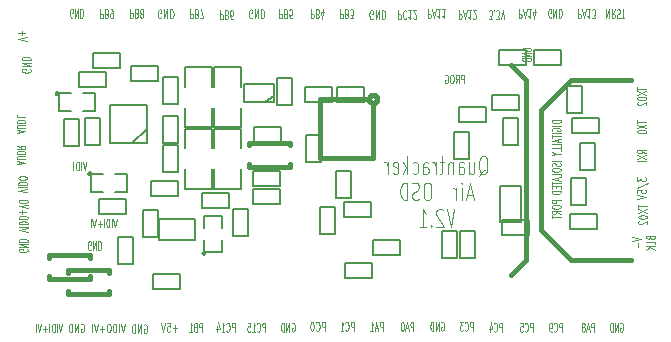
<source format=gbo>
G04 (created by PCBNEW-RS274X (2011-05-25)-stable) date Fri 13 Mar 2015 11:37:05 GMT*
G01*
G70*
G90*
%MOIN*%
G04 Gerber Fmt 3.4, Leading zero omitted, Abs format*
%FSLAX34Y34*%
G04 APERTURE LIST*
%ADD10C,0.006000*%
%ADD11C,0.004900*%
%ADD12C,0.004300*%
%ADD13C,0.015000*%
%ADD14C,0.005000*%
%ADD15C,0.008000*%
G04 APERTURE END LIST*
G54D10*
G54D11*
X66524Y-37738D02*
X66819Y-37803D01*
X66524Y-37869D01*
X66707Y-37935D02*
X66707Y-38085D01*
X67126Y-37762D02*
X67140Y-37790D01*
X67154Y-37799D01*
X67183Y-37808D01*
X67225Y-37808D01*
X67253Y-37799D01*
X67267Y-37790D01*
X67281Y-37771D01*
X67281Y-37696D01*
X66986Y-37696D01*
X66986Y-37762D01*
X67000Y-37780D01*
X67014Y-37790D01*
X67042Y-37799D01*
X67070Y-37799D01*
X67098Y-37790D01*
X67112Y-37780D01*
X67126Y-37762D01*
X67126Y-37696D01*
X67281Y-37987D02*
X67281Y-37893D01*
X66986Y-37893D01*
X67281Y-38052D02*
X66986Y-38052D01*
X67281Y-38164D02*
X67112Y-38080D01*
X66986Y-38164D02*
X67154Y-38052D01*
X66724Y-36662D02*
X66724Y-36774D01*
X67019Y-36718D02*
X66724Y-36718D01*
X66724Y-36821D02*
X67019Y-36952D01*
X66724Y-36952D02*
X67019Y-36821D01*
X66724Y-37065D02*
X66724Y-37084D01*
X66738Y-37103D01*
X66752Y-37112D01*
X66780Y-37122D01*
X66836Y-37131D01*
X66907Y-37131D01*
X66963Y-37122D01*
X66991Y-37112D01*
X67005Y-37103D01*
X67019Y-37084D01*
X67019Y-37065D01*
X67005Y-37047D01*
X66991Y-37037D01*
X66963Y-37028D01*
X66907Y-37019D01*
X66836Y-37019D01*
X66780Y-37028D01*
X66752Y-37037D01*
X66738Y-37047D01*
X66724Y-37065D01*
X66752Y-37207D02*
X66738Y-37216D01*
X66724Y-37235D01*
X66724Y-37282D01*
X66738Y-37300D01*
X66752Y-37310D01*
X66780Y-37319D01*
X66808Y-37319D01*
X66850Y-37310D01*
X67019Y-37197D01*
X67019Y-37319D01*
X66699Y-35753D02*
X66699Y-35875D01*
X66811Y-35809D01*
X66811Y-35838D01*
X66825Y-35856D01*
X66839Y-35866D01*
X66867Y-35875D01*
X66938Y-35875D01*
X66966Y-35866D01*
X66980Y-35856D01*
X66994Y-35838D01*
X66994Y-35781D01*
X66980Y-35763D01*
X66966Y-35753D01*
X66685Y-36101D02*
X67064Y-35932D01*
X66699Y-36260D02*
X66699Y-36166D01*
X66839Y-36157D01*
X66825Y-36166D01*
X66811Y-36185D01*
X66811Y-36232D01*
X66825Y-36250D01*
X66839Y-36260D01*
X66867Y-36269D01*
X66938Y-36269D01*
X66966Y-36260D01*
X66980Y-36250D01*
X66994Y-36232D01*
X66994Y-36185D01*
X66980Y-36166D01*
X66966Y-36157D01*
X66699Y-36326D02*
X66994Y-36391D01*
X66699Y-36457D01*
X51353Y-40782D02*
X51203Y-40782D01*
X51278Y-40894D02*
X51278Y-40669D01*
X51015Y-40599D02*
X51109Y-40599D01*
X51118Y-40739D01*
X51109Y-40725D01*
X51090Y-40711D01*
X51043Y-40711D01*
X51025Y-40725D01*
X51015Y-40739D01*
X51006Y-40767D01*
X51006Y-40838D01*
X51015Y-40866D01*
X51025Y-40880D01*
X51043Y-40894D01*
X51090Y-40894D01*
X51109Y-40880D01*
X51118Y-40866D01*
X50949Y-40599D02*
X50884Y-40894D01*
X50818Y-40599D01*
X50250Y-40663D02*
X50269Y-40649D01*
X50297Y-40649D01*
X50325Y-40663D01*
X50344Y-40691D01*
X50353Y-40719D01*
X50362Y-40775D01*
X50362Y-40817D01*
X50353Y-40874D01*
X50344Y-40902D01*
X50325Y-40930D01*
X50297Y-40944D01*
X50278Y-40944D01*
X50250Y-40930D01*
X50241Y-40916D01*
X50241Y-40817D01*
X50278Y-40817D01*
X50156Y-40944D02*
X50156Y-40649D01*
X50044Y-40944D01*
X50044Y-40649D01*
X49950Y-40944D02*
X49950Y-40649D01*
X49903Y-40649D01*
X49875Y-40663D01*
X49856Y-40691D01*
X49847Y-40719D01*
X49838Y-40775D01*
X49838Y-40817D01*
X49847Y-40874D01*
X49856Y-40902D01*
X49875Y-40930D01*
X49903Y-40944D01*
X49950Y-40944D01*
X49617Y-40624D02*
X49552Y-40919D01*
X49486Y-40624D01*
X49420Y-40919D02*
X49420Y-40624D01*
X49326Y-40919D02*
X49326Y-40624D01*
X49279Y-40624D01*
X49251Y-40638D01*
X49232Y-40666D01*
X49223Y-40694D01*
X49214Y-40750D01*
X49214Y-40792D01*
X49223Y-40849D01*
X49232Y-40877D01*
X49251Y-40905D01*
X49279Y-40919D01*
X49326Y-40919D01*
X49092Y-40624D02*
X49054Y-40624D01*
X49035Y-40638D01*
X49017Y-40666D01*
X49007Y-40722D01*
X49007Y-40821D01*
X49017Y-40877D01*
X49035Y-40905D01*
X49054Y-40919D01*
X49092Y-40919D01*
X49110Y-40905D01*
X49129Y-40877D01*
X49138Y-40821D01*
X49138Y-40722D01*
X49129Y-40666D01*
X49110Y-40638D01*
X49092Y-40624D01*
X48923Y-40807D02*
X48773Y-40807D01*
X48848Y-40919D02*
X48848Y-40694D01*
X48707Y-40624D02*
X48642Y-40919D01*
X48576Y-40624D01*
X48510Y-40919D02*
X48510Y-40624D01*
X57875Y-30462D02*
X57856Y-30476D01*
X57828Y-30476D01*
X57800Y-30462D01*
X57781Y-30434D01*
X57772Y-30406D01*
X57763Y-30350D01*
X57763Y-30308D01*
X57772Y-30251D01*
X57781Y-30223D01*
X57800Y-30195D01*
X57828Y-30181D01*
X57847Y-30181D01*
X57875Y-30195D01*
X57884Y-30209D01*
X57884Y-30308D01*
X57847Y-30308D01*
X57969Y-30181D02*
X57969Y-30476D01*
X58081Y-30181D01*
X58081Y-30476D01*
X58175Y-30181D02*
X58175Y-30476D01*
X58222Y-30476D01*
X58250Y-30462D01*
X58269Y-30434D01*
X58278Y-30406D01*
X58287Y-30350D01*
X58287Y-30308D01*
X58278Y-30251D01*
X58269Y-30223D01*
X58250Y-30195D01*
X58222Y-30181D01*
X58175Y-30181D01*
X53850Y-30437D02*
X53831Y-30451D01*
X53803Y-30451D01*
X53775Y-30437D01*
X53756Y-30409D01*
X53747Y-30381D01*
X53738Y-30325D01*
X53738Y-30283D01*
X53747Y-30226D01*
X53756Y-30198D01*
X53775Y-30170D01*
X53803Y-30156D01*
X53822Y-30156D01*
X53850Y-30170D01*
X53859Y-30184D01*
X53859Y-30283D01*
X53822Y-30283D01*
X53944Y-30156D02*
X53944Y-30451D01*
X54056Y-30156D01*
X54056Y-30451D01*
X54150Y-30156D02*
X54150Y-30451D01*
X54197Y-30451D01*
X54225Y-30437D01*
X54244Y-30409D01*
X54253Y-30381D01*
X54262Y-30325D01*
X54262Y-30283D01*
X54253Y-30226D01*
X54244Y-30198D01*
X54225Y-30170D01*
X54197Y-30156D01*
X54150Y-30156D01*
X50825Y-30437D02*
X50806Y-30451D01*
X50778Y-30451D01*
X50750Y-30437D01*
X50731Y-30409D01*
X50722Y-30381D01*
X50713Y-30325D01*
X50713Y-30283D01*
X50722Y-30226D01*
X50731Y-30198D01*
X50750Y-30170D01*
X50778Y-30156D01*
X50797Y-30156D01*
X50825Y-30170D01*
X50834Y-30184D01*
X50834Y-30283D01*
X50797Y-30283D01*
X50919Y-30156D02*
X50919Y-30451D01*
X51031Y-30156D01*
X51031Y-30451D01*
X51125Y-30156D02*
X51125Y-30451D01*
X51172Y-30451D01*
X51200Y-30437D01*
X51219Y-30409D01*
X51228Y-30381D01*
X51237Y-30325D01*
X51237Y-30283D01*
X51228Y-30226D01*
X51219Y-30198D01*
X51200Y-30170D01*
X51172Y-30156D01*
X51125Y-30156D01*
X48150Y-40638D02*
X48169Y-40624D01*
X48197Y-40624D01*
X48225Y-40638D01*
X48244Y-40666D01*
X48253Y-40694D01*
X48262Y-40750D01*
X48262Y-40792D01*
X48253Y-40849D01*
X48244Y-40877D01*
X48225Y-40905D01*
X48197Y-40919D01*
X48178Y-40919D01*
X48150Y-40905D01*
X48141Y-40891D01*
X48141Y-40792D01*
X48178Y-40792D01*
X48056Y-40919D02*
X48056Y-40624D01*
X47944Y-40919D01*
X47944Y-40624D01*
X47850Y-40919D02*
X47850Y-40624D01*
X47803Y-40624D01*
X47775Y-40638D01*
X47756Y-40666D01*
X47747Y-40694D01*
X47738Y-40750D01*
X47738Y-40792D01*
X47747Y-40849D01*
X47756Y-40877D01*
X47775Y-40905D01*
X47803Y-40919D01*
X47850Y-40919D01*
X46462Y-32150D02*
X46476Y-32169D01*
X46476Y-32197D01*
X46462Y-32225D01*
X46434Y-32244D01*
X46406Y-32253D01*
X46350Y-32262D01*
X46308Y-32262D01*
X46251Y-32253D01*
X46223Y-32244D01*
X46195Y-32225D01*
X46181Y-32197D01*
X46181Y-32178D01*
X46195Y-32150D01*
X46209Y-32141D01*
X46308Y-32141D01*
X46308Y-32178D01*
X46181Y-32056D02*
X46476Y-32056D01*
X46181Y-31944D01*
X46476Y-31944D01*
X46181Y-31850D02*
X46476Y-31850D01*
X46476Y-31803D01*
X46462Y-31775D01*
X46434Y-31756D01*
X46406Y-31747D01*
X46350Y-31738D01*
X46308Y-31738D01*
X46251Y-31747D01*
X46223Y-31756D01*
X46195Y-31775D01*
X46181Y-31803D01*
X46181Y-31850D01*
X46351Y-31212D02*
X46056Y-31147D01*
X46351Y-31081D01*
X46168Y-31015D02*
X46168Y-30865D01*
X46056Y-30940D02*
X46281Y-30940D01*
G54D12*
X47869Y-30412D02*
X47852Y-30426D01*
X47828Y-30426D01*
X47803Y-30412D01*
X47786Y-30384D01*
X47778Y-30356D01*
X47770Y-30300D01*
X47770Y-30258D01*
X47778Y-30201D01*
X47786Y-30173D01*
X47803Y-30145D01*
X47828Y-30131D01*
X47844Y-30131D01*
X47869Y-30145D01*
X47877Y-30159D01*
X47877Y-30258D01*
X47844Y-30258D01*
X47951Y-30131D02*
X47951Y-30426D01*
X48050Y-30131D01*
X48050Y-30426D01*
X48132Y-30131D02*
X48132Y-30426D01*
X48173Y-30426D01*
X48198Y-30412D01*
X48215Y-30384D01*
X48223Y-30356D01*
X48231Y-30300D01*
X48231Y-30258D01*
X48223Y-30201D01*
X48215Y-30173D01*
X48198Y-30145D01*
X48173Y-30131D01*
X48132Y-30131D01*
X48786Y-30156D02*
X48786Y-30451D01*
X48852Y-30451D01*
X48869Y-30437D01*
X48877Y-30423D01*
X48885Y-30395D01*
X48885Y-30353D01*
X48877Y-30325D01*
X48869Y-30311D01*
X48852Y-30297D01*
X48786Y-30297D01*
X49017Y-30311D02*
X49042Y-30297D01*
X49050Y-30283D01*
X49058Y-30254D01*
X49058Y-30212D01*
X49050Y-30184D01*
X49042Y-30170D01*
X49025Y-30156D01*
X48959Y-30156D01*
X48959Y-30451D01*
X49017Y-30451D01*
X49033Y-30437D01*
X49042Y-30423D01*
X49050Y-30395D01*
X49050Y-30367D01*
X49042Y-30339D01*
X49033Y-30325D01*
X49017Y-30311D01*
X48959Y-30311D01*
X49140Y-30156D02*
X49173Y-30156D01*
X49190Y-30170D01*
X49198Y-30184D01*
X49215Y-30226D01*
X49223Y-30283D01*
X49223Y-30395D01*
X49215Y-30423D01*
X49206Y-30437D01*
X49190Y-30451D01*
X49157Y-30451D01*
X49140Y-30437D01*
X49132Y-30423D01*
X49124Y-30395D01*
X49124Y-30325D01*
X49132Y-30297D01*
X49140Y-30283D01*
X49157Y-30268D01*
X49190Y-30268D01*
X49206Y-30283D01*
X49215Y-30297D01*
X49223Y-30325D01*
G54D11*
X61416Y-35695D02*
X61453Y-35667D01*
X61491Y-35611D01*
X61547Y-35526D01*
X61584Y-35498D01*
X61622Y-35498D01*
X61603Y-35639D02*
X61641Y-35611D01*
X61678Y-35554D01*
X61697Y-35442D01*
X61697Y-35245D01*
X61678Y-35132D01*
X61641Y-35076D01*
X61603Y-35048D01*
X61528Y-35048D01*
X61491Y-35076D01*
X61453Y-35132D01*
X61434Y-35245D01*
X61434Y-35442D01*
X61453Y-35554D01*
X61491Y-35611D01*
X61528Y-35639D01*
X61603Y-35639D01*
X61096Y-35245D02*
X61096Y-35639D01*
X61265Y-35245D02*
X61265Y-35554D01*
X61246Y-35611D01*
X61209Y-35639D01*
X61153Y-35639D01*
X61115Y-35611D01*
X61096Y-35582D01*
X60740Y-35639D02*
X60740Y-35329D01*
X60759Y-35273D01*
X60797Y-35245D01*
X60872Y-35245D01*
X60909Y-35273D01*
X60740Y-35611D02*
X60778Y-35639D01*
X60872Y-35639D01*
X60909Y-35611D01*
X60928Y-35554D01*
X60928Y-35498D01*
X60909Y-35442D01*
X60872Y-35414D01*
X60778Y-35414D01*
X60740Y-35385D01*
X60553Y-35245D02*
X60553Y-35639D01*
X60553Y-35301D02*
X60534Y-35273D01*
X60497Y-35245D01*
X60441Y-35245D01*
X60403Y-35273D01*
X60384Y-35329D01*
X60384Y-35639D01*
X60253Y-35245D02*
X60103Y-35245D01*
X60197Y-35048D02*
X60197Y-35554D01*
X60178Y-35611D01*
X60141Y-35639D01*
X60103Y-35639D01*
X59972Y-35639D02*
X59972Y-35245D01*
X59972Y-35357D02*
X59953Y-35301D01*
X59935Y-35273D01*
X59897Y-35245D01*
X59860Y-35245D01*
X59559Y-35639D02*
X59559Y-35329D01*
X59578Y-35273D01*
X59616Y-35245D01*
X59691Y-35245D01*
X59728Y-35273D01*
X59559Y-35611D02*
X59597Y-35639D01*
X59691Y-35639D01*
X59728Y-35611D01*
X59747Y-35554D01*
X59747Y-35498D01*
X59728Y-35442D01*
X59691Y-35414D01*
X59597Y-35414D01*
X59559Y-35385D01*
X59203Y-35611D02*
X59241Y-35639D01*
X59316Y-35639D01*
X59353Y-35611D01*
X59372Y-35582D01*
X59391Y-35526D01*
X59391Y-35357D01*
X59372Y-35301D01*
X59353Y-35273D01*
X59316Y-35245D01*
X59241Y-35245D01*
X59203Y-35273D01*
X59034Y-35639D02*
X59034Y-35048D01*
X58997Y-35414D02*
X58884Y-35639D01*
X58884Y-35245D02*
X59034Y-35470D01*
X58565Y-35611D02*
X58603Y-35639D01*
X58678Y-35639D01*
X58715Y-35611D01*
X58734Y-35554D01*
X58734Y-35329D01*
X58715Y-35273D01*
X58678Y-35245D01*
X58603Y-35245D01*
X58565Y-35273D01*
X58546Y-35329D01*
X58546Y-35385D01*
X58734Y-35442D01*
X58377Y-35639D02*
X58377Y-35245D01*
X58377Y-35357D02*
X58358Y-35301D01*
X58340Y-35273D01*
X58302Y-35245D01*
X58265Y-35245D01*
X61201Y-36346D02*
X61013Y-36346D01*
X61238Y-36515D02*
X61107Y-35924D01*
X60976Y-36515D01*
X60844Y-36515D02*
X60844Y-36121D01*
X60844Y-35924D02*
X60863Y-35952D01*
X60844Y-35980D01*
X60825Y-35952D01*
X60844Y-35924D01*
X60844Y-35980D01*
X60656Y-36515D02*
X60656Y-36121D01*
X60656Y-36233D02*
X60637Y-36177D01*
X60619Y-36149D01*
X60581Y-36121D01*
X60544Y-36121D01*
X59737Y-35924D02*
X59662Y-35924D01*
X59625Y-35952D01*
X59587Y-36008D01*
X59568Y-36121D01*
X59568Y-36318D01*
X59587Y-36430D01*
X59625Y-36487D01*
X59662Y-36515D01*
X59737Y-36515D01*
X59775Y-36487D01*
X59812Y-36430D01*
X59831Y-36318D01*
X59831Y-36121D01*
X59812Y-36008D01*
X59775Y-35952D01*
X59737Y-35924D01*
X59418Y-36487D02*
X59362Y-36515D01*
X59268Y-36515D01*
X59230Y-36487D01*
X59212Y-36458D01*
X59193Y-36402D01*
X59193Y-36346D01*
X59212Y-36290D01*
X59230Y-36261D01*
X59268Y-36233D01*
X59343Y-36205D01*
X59380Y-36177D01*
X59399Y-36149D01*
X59418Y-36093D01*
X59418Y-36036D01*
X59399Y-35980D01*
X59380Y-35952D01*
X59343Y-35924D01*
X59249Y-35924D01*
X59193Y-35952D01*
X59024Y-36515D02*
X59024Y-35924D01*
X58930Y-35924D01*
X58874Y-35952D01*
X58837Y-36008D01*
X58818Y-36064D01*
X58799Y-36177D01*
X58799Y-36261D01*
X58818Y-36374D01*
X58837Y-36430D01*
X58874Y-36487D01*
X58930Y-36515D01*
X59024Y-36515D01*
X60600Y-36800D02*
X60469Y-37391D01*
X60338Y-36800D01*
X60225Y-36856D02*
X60206Y-36828D01*
X60169Y-36800D01*
X60075Y-36800D01*
X60037Y-36828D01*
X60019Y-36856D01*
X60000Y-36912D01*
X60000Y-36969D01*
X60019Y-37053D01*
X60244Y-37391D01*
X60000Y-37391D01*
X59831Y-37334D02*
X59812Y-37363D01*
X59831Y-37391D01*
X59850Y-37363D01*
X59831Y-37334D01*
X59831Y-37391D01*
X59437Y-37391D02*
X59662Y-37391D01*
X59549Y-37391D02*
X59549Y-36800D01*
X59587Y-36884D01*
X59624Y-36940D01*
X59662Y-36969D01*
G54D13*
X63000Y-38500D02*
X62500Y-39000D01*
X63000Y-32500D02*
X63000Y-38500D01*
X62500Y-32000D02*
X63000Y-32500D01*
X64500Y-38500D02*
X66500Y-38500D01*
X63500Y-37500D02*
X64500Y-38500D01*
X64500Y-32500D02*
X66500Y-32500D01*
X63500Y-33500D02*
X64500Y-32500D01*
X63500Y-33500D02*
X63500Y-37500D01*
G54D12*
X64135Y-33854D02*
X63840Y-33854D01*
X63840Y-33895D01*
X63854Y-33920D01*
X63882Y-33937D01*
X63910Y-33945D01*
X63966Y-33953D01*
X64008Y-33953D01*
X64065Y-33945D01*
X64093Y-33937D01*
X64121Y-33920D01*
X64135Y-33895D01*
X64135Y-33854D01*
X64135Y-34027D02*
X63840Y-34027D01*
X63854Y-34200D02*
X63840Y-34183D01*
X63840Y-34159D01*
X63854Y-34134D01*
X63882Y-34117D01*
X63910Y-34109D01*
X63966Y-34101D01*
X64008Y-34101D01*
X64065Y-34109D01*
X64093Y-34117D01*
X64121Y-34134D01*
X64135Y-34159D01*
X64135Y-34175D01*
X64121Y-34200D01*
X64107Y-34208D01*
X64008Y-34208D01*
X64008Y-34175D01*
X64135Y-34282D02*
X63840Y-34282D01*
X63840Y-34339D02*
X63840Y-34438D01*
X64135Y-34389D02*
X63840Y-34389D01*
X64051Y-34488D02*
X64051Y-34570D01*
X64135Y-34471D02*
X63840Y-34529D01*
X64135Y-34587D01*
X64135Y-34727D02*
X64135Y-34644D01*
X63840Y-34644D01*
X64135Y-34867D02*
X64135Y-34784D01*
X63840Y-34784D01*
X63994Y-34957D02*
X64135Y-34957D01*
X63840Y-34899D02*
X63994Y-34957D01*
X63840Y-35015D01*
X64135Y-35204D02*
X63840Y-35204D01*
X64121Y-35278D02*
X64135Y-35303D01*
X64135Y-35344D01*
X64121Y-35360D01*
X64107Y-35369D01*
X64079Y-35377D01*
X64051Y-35377D01*
X64023Y-35369D01*
X64008Y-35360D01*
X63994Y-35344D01*
X63980Y-35311D01*
X63966Y-35294D01*
X63952Y-35286D01*
X63924Y-35278D01*
X63896Y-35278D01*
X63868Y-35286D01*
X63854Y-35294D01*
X63840Y-35311D01*
X63840Y-35352D01*
X63854Y-35377D01*
X63840Y-35484D02*
X63840Y-35517D01*
X63854Y-35534D01*
X63882Y-35550D01*
X63938Y-35558D01*
X64037Y-35558D01*
X64093Y-35550D01*
X64121Y-35534D01*
X64135Y-35517D01*
X64135Y-35484D01*
X64121Y-35468D01*
X64093Y-35451D01*
X64037Y-35443D01*
X63938Y-35443D01*
X63882Y-35451D01*
X63854Y-35468D01*
X63840Y-35484D01*
X64135Y-35715D02*
X64135Y-35632D01*
X63840Y-35632D01*
X64051Y-35764D02*
X64051Y-35846D01*
X64135Y-35747D02*
X63840Y-35805D01*
X64135Y-35863D01*
X63840Y-35895D02*
X63840Y-35994D01*
X64135Y-35945D02*
X63840Y-35945D01*
X63980Y-36052D02*
X63980Y-36110D01*
X64135Y-36135D02*
X64135Y-36052D01*
X63840Y-36052D01*
X63840Y-36135D01*
X64135Y-36209D02*
X63840Y-36209D01*
X63840Y-36250D01*
X63854Y-36275D01*
X63882Y-36292D01*
X63910Y-36300D01*
X63966Y-36308D01*
X64008Y-36308D01*
X64065Y-36300D01*
X64093Y-36292D01*
X64121Y-36275D01*
X64135Y-36250D01*
X64135Y-36209D01*
X64135Y-36514D02*
X63840Y-36514D01*
X63840Y-36580D01*
X63854Y-36597D01*
X63868Y-36605D01*
X63896Y-36613D01*
X63938Y-36613D01*
X63966Y-36605D01*
X63980Y-36597D01*
X63994Y-36580D01*
X63994Y-36514D01*
X63840Y-36720D02*
X63840Y-36753D01*
X63854Y-36770D01*
X63882Y-36786D01*
X63938Y-36794D01*
X64037Y-36794D01*
X64093Y-36786D01*
X64121Y-36770D01*
X64135Y-36753D01*
X64135Y-36720D01*
X64121Y-36704D01*
X64093Y-36687D01*
X64037Y-36679D01*
X63938Y-36679D01*
X63882Y-36687D01*
X63854Y-36704D01*
X63840Y-36720D01*
X64135Y-36967D02*
X63994Y-36909D01*
X64135Y-36868D02*
X63840Y-36868D01*
X63840Y-36934D01*
X63854Y-36951D01*
X63868Y-36959D01*
X63896Y-36967D01*
X63938Y-36967D01*
X63966Y-36959D01*
X63980Y-36951D01*
X63994Y-36934D01*
X63994Y-36868D01*
X63840Y-37016D02*
X63840Y-37115D01*
X64135Y-37066D02*
X63840Y-37066D01*
X66699Y-32745D02*
X66699Y-32844D01*
X66994Y-32795D02*
X66699Y-32795D01*
X66699Y-32886D02*
X66994Y-33001D01*
X66699Y-33001D02*
X66994Y-32886D01*
X66699Y-33100D02*
X66699Y-33133D01*
X66713Y-33150D01*
X66741Y-33166D01*
X66797Y-33174D01*
X66896Y-33174D01*
X66952Y-33166D01*
X66980Y-33150D01*
X66994Y-33133D01*
X66994Y-33100D01*
X66980Y-33084D01*
X66952Y-33067D01*
X66896Y-33059D01*
X66797Y-33059D01*
X66741Y-33067D01*
X66713Y-33084D01*
X66699Y-33100D01*
X66727Y-33240D02*
X66713Y-33248D01*
X66699Y-33265D01*
X66699Y-33306D01*
X66713Y-33322D01*
X66727Y-33331D01*
X66755Y-33339D01*
X66783Y-33339D01*
X66825Y-33331D01*
X66994Y-33232D01*
X66994Y-33339D01*
X66699Y-33852D02*
X66699Y-33951D01*
X66994Y-33902D02*
X66699Y-33902D01*
X66699Y-33993D02*
X66994Y-34108D01*
X66699Y-34108D02*
X66994Y-33993D01*
X66699Y-34207D02*
X66699Y-34240D01*
X66713Y-34257D01*
X66741Y-34273D01*
X66797Y-34281D01*
X66896Y-34281D01*
X66952Y-34273D01*
X66980Y-34257D01*
X66994Y-34240D01*
X66994Y-34207D01*
X66980Y-34191D01*
X66952Y-34174D01*
X66896Y-34166D01*
X66797Y-34166D01*
X66741Y-34174D01*
X66713Y-34191D01*
X66699Y-34207D01*
X66994Y-34955D02*
X66853Y-34897D01*
X66994Y-34856D02*
X66699Y-34856D01*
X66699Y-34922D01*
X66713Y-34939D01*
X66727Y-34947D01*
X66755Y-34955D01*
X66797Y-34955D01*
X66825Y-34947D01*
X66839Y-34939D01*
X66853Y-34922D01*
X66853Y-34856D01*
X66699Y-35013D02*
X66994Y-35128D01*
X66699Y-35128D02*
X66994Y-35013D01*
X66994Y-35194D02*
X66699Y-35194D01*
X46362Y-38156D02*
X46376Y-38173D01*
X46376Y-38197D01*
X46362Y-38222D01*
X46334Y-38239D01*
X46306Y-38247D01*
X46250Y-38255D01*
X46208Y-38255D01*
X46151Y-38247D01*
X46123Y-38239D01*
X46095Y-38222D01*
X46081Y-38197D01*
X46081Y-38181D01*
X46095Y-38156D01*
X46109Y-38148D01*
X46208Y-38148D01*
X46208Y-38181D01*
X46081Y-38074D02*
X46376Y-38074D01*
X46081Y-37975D01*
X46376Y-37975D01*
X46081Y-37893D02*
X46376Y-37893D01*
X46376Y-37852D01*
X46362Y-37827D01*
X46334Y-37810D01*
X46306Y-37802D01*
X46250Y-37794D01*
X46208Y-37794D01*
X46151Y-37802D01*
X46123Y-37810D01*
X46095Y-37827D01*
X46081Y-37852D01*
X46081Y-37893D01*
X48469Y-38162D02*
X48452Y-38176D01*
X48428Y-38176D01*
X48403Y-38162D01*
X48386Y-38134D01*
X48378Y-38106D01*
X48370Y-38050D01*
X48370Y-38008D01*
X48378Y-37951D01*
X48386Y-37923D01*
X48403Y-37895D01*
X48428Y-37881D01*
X48444Y-37881D01*
X48469Y-37895D01*
X48477Y-37909D01*
X48477Y-38008D01*
X48444Y-38008D01*
X48551Y-37881D02*
X48551Y-38176D01*
X48650Y-37881D01*
X48650Y-38176D01*
X48732Y-37881D02*
X48732Y-38176D01*
X48773Y-38176D01*
X48798Y-38162D01*
X48815Y-38134D01*
X48823Y-38106D01*
X48831Y-38050D01*
X48831Y-38008D01*
X48823Y-37951D01*
X48815Y-37923D01*
X48798Y-37895D01*
X48773Y-37881D01*
X48732Y-37881D01*
X49348Y-37124D02*
X49290Y-37419D01*
X49232Y-37124D01*
X49175Y-37419D02*
X49175Y-37124D01*
X49093Y-37419D02*
X49093Y-37124D01*
X49052Y-37124D01*
X49027Y-37138D01*
X49010Y-37166D01*
X49002Y-37194D01*
X48994Y-37250D01*
X48994Y-37292D01*
X49002Y-37349D01*
X49010Y-37377D01*
X49027Y-37405D01*
X49052Y-37419D01*
X49093Y-37419D01*
X48920Y-37419D02*
X48920Y-37124D01*
X48838Y-37307D02*
X48706Y-37307D01*
X48772Y-37419D02*
X48772Y-37194D01*
X48649Y-37124D02*
X48591Y-37419D01*
X48533Y-37124D01*
X48476Y-37419D02*
X48476Y-37124D01*
X46376Y-37572D02*
X46081Y-37514D01*
X46376Y-37456D01*
X46081Y-37399D02*
X46376Y-37399D01*
X46081Y-37317D02*
X46376Y-37317D01*
X46376Y-37276D01*
X46362Y-37251D01*
X46334Y-37234D01*
X46306Y-37226D01*
X46250Y-37218D01*
X46208Y-37218D01*
X46151Y-37226D01*
X46123Y-37234D01*
X46095Y-37251D01*
X46081Y-37276D01*
X46081Y-37317D01*
X46376Y-37111D02*
X46376Y-37078D01*
X46362Y-37061D01*
X46334Y-37045D01*
X46278Y-37037D01*
X46179Y-37037D01*
X46123Y-37045D01*
X46095Y-37061D01*
X46081Y-37078D01*
X46081Y-37111D01*
X46095Y-37127D01*
X46123Y-37144D01*
X46179Y-37152D01*
X46278Y-37152D01*
X46334Y-37144D01*
X46362Y-37127D01*
X46376Y-37111D01*
X46193Y-36963D02*
X46193Y-36831D01*
X46081Y-36897D02*
X46306Y-36897D01*
X46376Y-36774D02*
X46081Y-36716D01*
X46376Y-36658D01*
X46376Y-36568D02*
X46376Y-36535D01*
X46362Y-36518D01*
X46334Y-36502D01*
X46278Y-36494D01*
X46179Y-36494D01*
X46123Y-36502D01*
X46095Y-36518D01*
X46081Y-36535D01*
X46081Y-36568D01*
X46095Y-36584D01*
X46123Y-36601D01*
X46179Y-36609D01*
X46278Y-36609D01*
X46334Y-36601D01*
X46362Y-36584D01*
X46376Y-36568D01*
X48326Y-35224D02*
X48268Y-35519D01*
X48210Y-35224D01*
X48153Y-35519D02*
X48153Y-35224D01*
X48071Y-35519D02*
X48071Y-35224D01*
X48030Y-35224D01*
X48005Y-35238D01*
X47988Y-35266D01*
X47980Y-35294D01*
X47972Y-35350D01*
X47972Y-35392D01*
X47980Y-35449D01*
X47988Y-35477D01*
X48005Y-35505D01*
X48030Y-35519D01*
X48071Y-35519D01*
X47898Y-35519D02*
X47898Y-35224D01*
X46351Y-36251D02*
X46056Y-36193D01*
X46351Y-36135D01*
X46056Y-36078D02*
X46351Y-36078D01*
X46056Y-35996D02*
X46351Y-35996D01*
X46351Y-35955D01*
X46337Y-35930D01*
X46309Y-35913D01*
X46281Y-35905D01*
X46225Y-35897D01*
X46183Y-35897D01*
X46126Y-35905D01*
X46098Y-35913D01*
X46070Y-35930D01*
X46056Y-35955D01*
X46056Y-35996D01*
X46351Y-35790D02*
X46351Y-35757D01*
X46337Y-35740D01*
X46309Y-35724D01*
X46253Y-35716D01*
X46154Y-35716D01*
X46098Y-35724D01*
X46070Y-35740D01*
X46056Y-35757D01*
X46056Y-35790D01*
X46070Y-35806D01*
X46098Y-35823D01*
X46154Y-35831D01*
X46253Y-35831D01*
X46309Y-35823D01*
X46337Y-35806D01*
X46351Y-35790D01*
X46090Y-35304D02*
X46090Y-35222D01*
X46006Y-35321D02*
X46301Y-35263D01*
X46006Y-35205D01*
X46301Y-35148D02*
X46062Y-35148D01*
X46034Y-35140D01*
X46020Y-35131D01*
X46006Y-35115D01*
X46006Y-35082D01*
X46020Y-35065D01*
X46034Y-35057D01*
X46062Y-35049D01*
X46301Y-35049D01*
X46006Y-34967D02*
X46301Y-34967D01*
X46301Y-34926D01*
X46287Y-34901D01*
X46259Y-34884D01*
X46231Y-34876D01*
X46175Y-34868D01*
X46133Y-34868D01*
X46076Y-34876D01*
X46048Y-34884D01*
X46020Y-34901D01*
X46006Y-34926D01*
X46006Y-34967D01*
X46006Y-34695D02*
X46147Y-34753D01*
X46006Y-34794D02*
X46301Y-34794D01*
X46301Y-34728D01*
X46287Y-34711D01*
X46273Y-34703D01*
X46245Y-34695D01*
X46203Y-34695D01*
X46175Y-34703D01*
X46161Y-34711D01*
X46147Y-34728D01*
X46147Y-34794D01*
X46090Y-34263D02*
X46090Y-34181D01*
X46006Y-34280D02*
X46301Y-34222D01*
X46006Y-34164D01*
X46301Y-34107D02*
X46062Y-34107D01*
X46034Y-34099D01*
X46020Y-34090D01*
X46006Y-34074D01*
X46006Y-34041D01*
X46020Y-34024D01*
X46034Y-34016D01*
X46062Y-34008D01*
X46301Y-34008D01*
X46006Y-33926D02*
X46301Y-33926D01*
X46301Y-33885D01*
X46287Y-33860D01*
X46259Y-33843D01*
X46231Y-33835D01*
X46175Y-33827D01*
X46133Y-33827D01*
X46076Y-33835D01*
X46048Y-33843D01*
X46020Y-33860D01*
X46006Y-33885D01*
X46006Y-33926D01*
X46006Y-33670D02*
X46006Y-33753D01*
X46301Y-33753D01*
X66131Y-40613D02*
X66148Y-40599D01*
X66172Y-40599D01*
X66197Y-40613D01*
X66214Y-40641D01*
X66222Y-40669D01*
X66230Y-40725D01*
X66230Y-40767D01*
X66222Y-40824D01*
X66214Y-40852D01*
X66197Y-40880D01*
X66172Y-40894D01*
X66156Y-40894D01*
X66131Y-40880D01*
X66123Y-40866D01*
X66123Y-40767D01*
X66156Y-40767D01*
X66049Y-40894D02*
X66049Y-40599D01*
X65950Y-40894D01*
X65950Y-40599D01*
X65868Y-40894D02*
X65868Y-40599D01*
X65827Y-40599D01*
X65802Y-40613D01*
X65785Y-40641D01*
X65777Y-40669D01*
X65769Y-40725D01*
X65769Y-40767D01*
X65777Y-40824D01*
X65785Y-40852D01*
X65802Y-40880D01*
X65827Y-40894D01*
X65868Y-40894D01*
X65252Y-40894D02*
X65252Y-40599D01*
X65186Y-40599D01*
X65169Y-40613D01*
X65161Y-40627D01*
X65153Y-40655D01*
X65153Y-40697D01*
X65161Y-40725D01*
X65169Y-40739D01*
X65186Y-40753D01*
X65252Y-40753D01*
X65087Y-40810D02*
X65005Y-40810D01*
X65104Y-40894D02*
X65046Y-40599D01*
X64988Y-40894D01*
X64906Y-40725D02*
X64923Y-40711D01*
X64931Y-40697D01*
X64939Y-40669D01*
X64939Y-40655D01*
X64931Y-40627D01*
X64923Y-40613D01*
X64906Y-40599D01*
X64873Y-40599D01*
X64857Y-40613D01*
X64848Y-40627D01*
X64840Y-40655D01*
X64840Y-40669D01*
X64848Y-40697D01*
X64857Y-40711D01*
X64873Y-40725D01*
X64906Y-40725D01*
X64923Y-40739D01*
X64931Y-40753D01*
X64939Y-40782D01*
X64939Y-40838D01*
X64931Y-40866D01*
X64923Y-40880D01*
X64906Y-40894D01*
X64873Y-40894D01*
X64857Y-40880D01*
X64848Y-40866D01*
X64840Y-40838D01*
X64840Y-40782D01*
X64848Y-40753D01*
X64857Y-40739D01*
X64873Y-40725D01*
X64189Y-40894D02*
X64189Y-40599D01*
X64123Y-40599D01*
X64106Y-40613D01*
X64098Y-40627D01*
X64090Y-40655D01*
X64090Y-40697D01*
X64098Y-40725D01*
X64106Y-40739D01*
X64123Y-40753D01*
X64189Y-40753D01*
X63917Y-40866D02*
X63925Y-40880D01*
X63950Y-40894D01*
X63966Y-40894D01*
X63991Y-40880D01*
X64008Y-40852D01*
X64016Y-40824D01*
X64024Y-40767D01*
X64024Y-40725D01*
X64016Y-40669D01*
X64008Y-40641D01*
X63991Y-40613D01*
X63966Y-40599D01*
X63950Y-40599D01*
X63925Y-40613D01*
X63917Y-40627D01*
X63835Y-40894D02*
X63802Y-40894D01*
X63785Y-40880D01*
X63777Y-40866D01*
X63760Y-40824D01*
X63752Y-40767D01*
X63752Y-40655D01*
X63760Y-40627D01*
X63769Y-40613D01*
X63785Y-40599D01*
X63818Y-40599D01*
X63835Y-40613D01*
X63843Y-40627D01*
X63851Y-40655D01*
X63851Y-40725D01*
X63843Y-40753D01*
X63835Y-40767D01*
X63818Y-40782D01*
X63785Y-40782D01*
X63769Y-40767D01*
X63760Y-40753D01*
X63752Y-40725D01*
X63214Y-40894D02*
X63214Y-40599D01*
X63148Y-40599D01*
X63131Y-40613D01*
X63123Y-40627D01*
X63115Y-40655D01*
X63115Y-40697D01*
X63123Y-40725D01*
X63131Y-40739D01*
X63148Y-40753D01*
X63214Y-40753D01*
X62942Y-40866D02*
X62950Y-40880D01*
X62975Y-40894D01*
X62991Y-40894D01*
X63016Y-40880D01*
X63033Y-40852D01*
X63041Y-40824D01*
X63049Y-40767D01*
X63049Y-40725D01*
X63041Y-40669D01*
X63033Y-40641D01*
X63016Y-40613D01*
X62991Y-40599D01*
X62975Y-40599D01*
X62950Y-40613D01*
X62942Y-40627D01*
X62785Y-40599D02*
X62868Y-40599D01*
X62876Y-40739D01*
X62868Y-40725D01*
X62851Y-40711D01*
X62810Y-40711D01*
X62794Y-40725D01*
X62785Y-40739D01*
X62777Y-40767D01*
X62777Y-40838D01*
X62785Y-40866D01*
X62794Y-40880D01*
X62810Y-40894D01*
X62851Y-40894D01*
X62868Y-40880D01*
X62876Y-40866D01*
X62189Y-40894D02*
X62189Y-40599D01*
X62123Y-40599D01*
X62106Y-40613D01*
X62098Y-40627D01*
X62090Y-40655D01*
X62090Y-40697D01*
X62098Y-40725D01*
X62106Y-40739D01*
X62123Y-40753D01*
X62189Y-40753D01*
X61917Y-40866D02*
X61925Y-40880D01*
X61950Y-40894D01*
X61966Y-40894D01*
X61991Y-40880D01*
X62008Y-40852D01*
X62016Y-40824D01*
X62024Y-40767D01*
X62024Y-40725D01*
X62016Y-40669D01*
X62008Y-40641D01*
X61991Y-40613D01*
X61966Y-40599D01*
X61950Y-40599D01*
X61925Y-40613D01*
X61917Y-40627D01*
X61769Y-40697D02*
X61769Y-40894D01*
X61810Y-40585D02*
X61851Y-40796D01*
X61744Y-40796D01*
X61214Y-40869D02*
X61214Y-40574D01*
X61148Y-40574D01*
X61131Y-40588D01*
X61123Y-40602D01*
X61115Y-40630D01*
X61115Y-40672D01*
X61123Y-40700D01*
X61131Y-40714D01*
X61148Y-40728D01*
X61214Y-40728D01*
X60942Y-40841D02*
X60950Y-40855D01*
X60975Y-40869D01*
X60991Y-40869D01*
X61016Y-40855D01*
X61033Y-40827D01*
X61041Y-40799D01*
X61049Y-40742D01*
X61049Y-40700D01*
X61041Y-40644D01*
X61033Y-40616D01*
X61016Y-40588D01*
X60991Y-40574D01*
X60975Y-40574D01*
X60950Y-40588D01*
X60942Y-40602D01*
X60884Y-40574D02*
X60777Y-40574D01*
X60835Y-40686D01*
X60810Y-40686D01*
X60794Y-40700D01*
X60785Y-40714D01*
X60777Y-40742D01*
X60777Y-40813D01*
X60785Y-40841D01*
X60794Y-40855D01*
X60810Y-40869D01*
X60860Y-40869D01*
X60876Y-40855D01*
X60884Y-40841D01*
X59227Y-40869D02*
X59227Y-40574D01*
X59161Y-40574D01*
X59144Y-40588D01*
X59136Y-40602D01*
X59128Y-40630D01*
X59128Y-40672D01*
X59136Y-40700D01*
X59144Y-40714D01*
X59161Y-40728D01*
X59227Y-40728D01*
X59062Y-40785D02*
X58980Y-40785D01*
X59079Y-40869D02*
X59021Y-40574D01*
X58963Y-40869D01*
X58873Y-40574D02*
X58856Y-40574D01*
X58840Y-40588D01*
X58832Y-40602D01*
X58823Y-40630D01*
X58815Y-40686D01*
X58815Y-40757D01*
X58823Y-40813D01*
X58832Y-40841D01*
X58840Y-40855D01*
X58856Y-40869D01*
X58873Y-40869D01*
X58889Y-40855D01*
X58898Y-40841D01*
X58906Y-40813D01*
X58914Y-40757D01*
X58914Y-40686D01*
X58906Y-40630D01*
X58898Y-40602D01*
X58889Y-40588D01*
X58873Y-40574D01*
X58202Y-40869D02*
X58202Y-40574D01*
X58136Y-40574D01*
X58119Y-40588D01*
X58111Y-40602D01*
X58103Y-40630D01*
X58103Y-40672D01*
X58111Y-40700D01*
X58119Y-40714D01*
X58136Y-40728D01*
X58202Y-40728D01*
X58037Y-40785D02*
X57955Y-40785D01*
X58054Y-40869D02*
X57996Y-40574D01*
X57938Y-40869D01*
X57790Y-40869D02*
X57889Y-40869D01*
X57840Y-40869D02*
X57840Y-40574D01*
X57856Y-40616D01*
X57873Y-40644D01*
X57889Y-40658D01*
X57239Y-40869D02*
X57239Y-40574D01*
X57173Y-40574D01*
X57156Y-40588D01*
X57148Y-40602D01*
X57140Y-40630D01*
X57140Y-40672D01*
X57148Y-40700D01*
X57156Y-40714D01*
X57173Y-40728D01*
X57239Y-40728D01*
X56967Y-40841D02*
X56975Y-40855D01*
X57000Y-40869D01*
X57016Y-40869D01*
X57041Y-40855D01*
X57058Y-40827D01*
X57066Y-40799D01*
X57074Y-40742D01*
X57074Y-40700D01*
X57066Y-40644D01*
X57058Y-40616D01*
X57041Y-40588D01*
X57016Y-40574D01*
X57000Y-40574D01*
X56975Y-40588D01*
X56967Y-40602D01*
X56802Y-40869D02*
X56901Y-40869D01*
X56852Y-40869D02*
X56852Y-40574D01*
X56868Y-40616D01*
X56885Y-40644D01*
X56901Y-40658D01*
G54D11*
X56294Y-40869D02*
X56294Y-40574D01*
X56219Y-40574D01*
X56200Y-40588D01*
X56191Y-40602D01*
X56182Y-40630D01*
X56182Y-40672D01*
X56191Y-40700D01*
X56200Y-40714D01*
X56219Y-40728D01*
X56294Y-40728D01*
X55985Y-40841D02*
X55994Y-40855D01*
X56022Y-40869D01*
X56041Y-40869D01*
X56069Y-40855D01*
X56088Y-40827D01*
X56097Y-40799D01*
X56106Y-40742D01*
X56106Y-40700D01*
X56097Y-40644D01*
X56088Y-40616D01*
X56069Y-40588D01*
X56041Y-40574D01*
X56022Y-40574D01*
X55994Y-40588D01*
X55985Y-40602D01*
X55863Y-40574D02*
X55844Y-40574D01*
X55825Y-40588D01*
X55816Y-40602D01*
X55806Y-40630D01*
X55797Y-40686D01*
X55797Y-40757D01*
X55806Y-40813D01*
X55816Y-40841D01*
X55825Y-40855D01*
X55844Y-40869D01*
X55863Y-40869D01*
X55881Y-40855D01*
X55891Y-40841D01*
X55900Y-40813D01*
X55909Y-40757D01*
X55909Y-40686D01*
X55900Y-40630D01*
X55891Y-40602D01*
X55881Y-40588D01*
X55863Y-40574D01*
G54D12*
X60156Y-40588D02*
X60173Y-40574D01*
X60197Y-40574D01*
X60222Y-40588D01*
X60239Y-40616D01*
X60247Y-40644D01*
X60255Y-40700D01*
X60255Y-40742D01*
X60247Y-40799D01*
X60239Y-40827D01*
X60222Y-40855D01*
X60197Y-40869D01*
X60181Y-40869D01*
X60156Y-40855D01*
X60148Y-40841D01*
X60148Y-40742D01*
X60181Y-40742D01*
X60074Y-40869D02*
X60074Y-40574D01*
X59975Y-40869D01*
X59975Y-40574D01*
X59893Y-40869D02*
X59893Y-40574D01*
X59852Y-40574D01*
X59827Y-40588D01*
X59810Y-40616D01*
X59802Y-40644D01*
X59794Y-40700D01*
X59794Y-40742D01*
X59802Y-40799D01*
X59810Y-40827D01*
X59827Y-40855D01*
X59852Y-40869D01*
X59893Y-40869D01*
X55181Y-40613D02*
X55198Y-40599D01*
X55222Y-40599D01*
X55247Y-40613D01*
X55264Y-40641D01*
X55272Y-40669D01*
X55280Y-40725D01*
X55280Y-40767D01*
X55272Y-40824D01*
X55264Y-40852D01*
X55247Y-40880D01*
X55222Y-40894D01*
X55206Y-40894D01*
X55181Y-40880D01*
X55173Y-40866D01*
X55173Y-40767D01*
X55206Y-40767D01*
X55099Y-40894D02*
X55099Y-40599D01*
X55000Y-40894D01*
X55000Y-40599D01*
X54918Y-40894D02*
X54918Y-40599D01*
X54877Y-40599D01*
X54852Y-40613D01*
X54835Y-40641D01*
X54827Y-40669D01*
X54819Y-40725D01*
X54819Y-40767D01*
X54827Y-40824D01*
X54835Y-40852D01*
X54852Y-40880D01*
X54877Y-40894D01*
X54918Y-40894D01*
X54297Y-40894D02*
X54297Y-40599D01*
X54231Y-40599D01*
X54214Y-40613D01*
X54206Y-40627D01*
X54198Y-40655D01*
X54198Y-40697D01*
X54206Y-40725D01*
X54214Y-40739D01*
X54231Y-40753D01*
X54297Y-40753D01*
X54025Y-40866D02*
X54033Y-40880D01*
X54058Y-40894D01*
X54074Y-40894D01*
X54099Y-40880D01*
X54116Y-40852D01*
X54124Y-40824D01*
X54132Y-40767D01*
X54132Y-40725D01*
X54124Y-40669D01*
X54116Y-40641D01*
X54099Y-40613D01*
X54074Y-40599D01*
X54058Y-40599D01*
X54033Y-40613D01*
X54025Y-40627D01*
X53860Y-40894D02*
X53959Y-40894D01*
X53910Y-40894D02*
X53910Y-40599D01*
X53926Y-40641D01*
X53943Y-40669D01*
X53959Y-40683D01*
X53703Y-40599D02*
X53786Y-40599D01*
X53794Y-40739D01*
X53786Y-40725D01*
X53769Y-40711D01*
X53728Y-40711D01*
X53712Y-40725D01*
X53703Y-40739D01*
X53695Y-40767D01*
X53695Y-40838D01*
X53703Y-40866D01*
X53712Y-40880D01*
X53728Y-40894D01*
X53769Y-40894D01*
X53786Y-40880D01*
X53794Y-40866D01*
X53272Y-40894D02*
X53272Y-40599D01*
X53206Y-40599D01*
X53189Y-40613D01*
X53181Y-40627D01*
X53173Y-40655D01*
X53173Y-40697D01*
X53181Y-40725D01*
X53189Y-40739D01*
X53206Y-40753D01*
X53272Y-40753D01*
X53000Y-40866D02*
X53008Y-40880D01*
X53033Y-40894D01*
X53049Y-40894D01*
X53074Y-40880D01*
X53091Y-40852D01*
X53099Y-40824D01*
X53107Y-40767D01*
X53107Y-40725D01*
X53099Y-40669D01*
X53091Y-40641D01*
X53074Y-40613D01*
X53049Y-40599D01*
X53033Y-40599D01*
X53008Y-40613D01*
X53000Y-40627D01*
X52835Y-40894D02*
X52934Y-40894D01*
X52885Y-40894D02*
X52885Y-40599D01*
X52901Y-40641D01*
X52918Y-40669D01*
X52934Y-40683D01*
X52687Y-40697D02*
X52687Y-40894D01*
X52728Y-40585D02*
X52769Y-40796D01*
X52662Y-40796D01*
X52189Y-40894D02*
X52189Y-40599D01*
X52123Y-40599D01*
X52106Y-40613D01*
X52098Y-40627D01*
X52090Y-40655D01*
X52090Y-40697D01*
X52098Y-40725D01*
X52106Y-40739D01*
X52123Y-40753D01*
X52189Y-40753D01*
X51958Y-40739D02*
X51933Y-40753D01*
X51925Y-40767D01*
X51917Y-40796D01*
X51917Y-40838D01*
X51925Y-40866D01*
X51933Y-40880D01*
X51950Y-40894D01*
X52016Y-40894D01*
X52016Y-40599D01*
X51958Y-40599D01*
X51942Y-40613D01*
X51933Y-40627D01*
X51925Y-40655D01*
X51925Y-40683D01*
X51933Y-40711D01*
X51942Y-40725D01*
X51958Y-40739D01*
X52016Y-40739D01*
X51752Y-40894D02*
X51851Y-40894D01*
X51802Y-40894D02*
X51802Y-40599D01*
X51818Y-40641D01*
X51835Y-40669D01*
X51851Y-40683D01*
X47523Y-40624D02*
X47465Y-40919D01*
X47407Y-40624D01*
X47350Y-40919D02*
X47350Y-40624D01*
X47268Y-40919D02*
X47268Y-40624D01*
X47227Y-40624D01*
X47202Y-40638D01*
X47185Y-40666D01*
X47177Y-40694D01*
X47169Y-40750D01*
X47169Y-40792D01*
X47177Y-40849D01*
X47185Y-40877D01*
X47202Y-40905D01*
X47227Y-40919D01*
X47268Y-40919D01*
X47095Y-40919D02*
X47095Y-40624D01*
X47013Y-40807D02*
X46881Y-40807D01*
X46947Y-40919D02*
X46947Y-40694D01*
X46824Y-40624D02*
X46766Y-40919D01*
X46708Y-40624D01*
X46651Y-40919D02*
X46651Y-40624D01*
X63819Y-30412D02*
X63802Y-30426D01*
X63778Y-30426D01*
X63753Y-30412D01*
X63736Y-30384D01*
X63728Y-30356D01*
X63720Y-30300D01*
X63720Y-30258D01*
X63728Y-30201D01*
X63736Y-30173D01*
X63753Y-30145D01*
X63778Y-30131D01*
X63794Y-30131D01*
X63819Y-30145D01*
X63827Y-30159D01*
X63827Y-30258D01*
X63794Y-30258D01*
X63901Y-30131D02*
X63901Y-30426D01*
X64000Y-30131D01*
X64000Y-30426D01*
X64082Y-30131D02*
X64082Y-30426D01*
X64123Y-30426D01*
X64148Y-30412D01*
X64165Y-30384D01*
X64173Y-30356D01*
X64181Y-30300D01*
X64181Y-30258D01*
X64173Y-30201D01*
X64165Y-30173D01*
X64148Y-30145D01*
X64123Y-30131D01*
X64082Y-30131D01*
X65666Y-30156D02*
X65666Y-30451D01*
X65765Y-30156D01*
X65765Y-30451D01*
X65946Y-30156D02*
X65888Y-30297D01*
X65847Y-30156D02*
X65847Y-30451D01*
X65913Y-30451D01*
X65930Y-30437D01*
X65938Y-30423D01*
X65946Y-30395D01*
X65946Y-30353D01*
X65938Y-30325D01*
X65930Y-30311D01*
X65913Y-30297D01*
X65847Y-30297D01*
X66012Y-30170D02*
X66037Y-30156D01*
X66078Y-30156D01*
X66094Y-30170D01*
X66103Y-30184D01*
X66111Y-30212D01*
X66111Y-30240D01*
X66103Y-30268D01*
X66094Y-30283D01*
X66078Y-30297D01*
X66045Y-30311D01*
X66028Y-30325D01*
X66020Y-30339D01*
X66012Y-30367D01*
X66012Y-30395D01*
X66020Y-30423D01*
X66028Y-30437D01*
X66045Y-30451D01*
X66086Y-30451D01*
X66111Y-30437D01*
X66160Y-30451D02*
X66259Y-30451D01*
X66210Y-30156D02*
X66210Y-30451D01*
X64716Y-30156D02*
X64716Y-30451D01*
X64782Y-30451D01*
X64799Y-30437D01*
X64807Y-30423D01*
X64815Y-30395D01*
X64815Y-30353D01*
X64807Y-30325D01*
X64799Y-30311D01*
X64782Y-30297D01*
X64716Y-30297D01*
X64881Y-30240D02*
X64963Y-30240D01*
X64864Y-30156D02*
X64922Y-30451D01*
X64980Y-30156D01*
X65128Y-30156D02*
X65029Y-30156D01*
X65078Y-30156D02*
X65078Y-30451D01*
X65062Y-30409D01*
X65045Y-30381D01*
X65029Y-30367D01*
X65186Y-30451D02*
X65293Y-30451D01*
X65235Y-30339D01*
X65260Y-30339D01*
X65276Y-30325D01*
X65285Y-30311D01*
X65293Y-30283D01*
X65293Y-30212D01*
X65285Y-30184D01*
X65276Y-30170D01*
X65260Y-30156D01*
X65210Y-30156D01*
X65194Y-30170D01*
X65186Y-30184D01*
X62869Y-31523D02*
X62855Y-31506D01*
X62855Y-31482D01*
X62869Y-31457D01*
X62897Y-31440D01*
X62925Y-31432D01*
X62981Y-31424D01*
X63023Y-31424D01*
X63080Y-31432D01*
X63108Y-31440D01*
X63136Y-31457D01*
X63150Y-31482D01*
X63150Y-31498D01*
X63136Y-31523D01*
X63122Y-31531D01*
X63023Y-31531D01*
X63023Y-31498D01*
X63150Y-31605D02*
X62855Y-31605D01*
X63150Y-31704D01*
X62855Y-31704D01*
X63150Y-31786D02*
X62855Y-31786D01*
X62855Y-31827D01*
X62869Y-31852D01*
X62897Y-31869D01*
X62925Y-31877D01*
X62981Y-31885D01*
X63023Y-31885D01*
X63080Y-31877D01*
X63108Y-31869D01*
X63136Y-31852D01*
X63150Y-31827D01*
X63150Y-31786D01*
X62741Y-30156D02*
X62741Y-30451D01*
X62807Y-30451D01*
X62824Y-30437D01*
X62832Y-30423D01*
X62840Y-30395D01*
X62840Y-30353D01*
X62832Y-30325D01*
X62824Y-30311D01*
X62807Y-30297D01*
X62741Y-30297D01*
X62906Y-30240D02*
X62988Y-30240D01*
X62889Y-30156D02*
X62947Y-30451D01*
X63005Y-30156D01*
X63153Y-30156D02*
X63054Y-30156D01*
X63103Y-30156D02*
X63103Y-30451D01*
X63087Y-30409D01*
X63070Y-30381D01*
X63054Y-30367D01*
X63301Y-30353D02*
X63301Y-30156D01*
X63260Y-30465D02*
X63219Y-30254D01*
X63326Y-30254D01*
X61745Y-30476D02*
X61852Y-30476D01*
X61794Y-30364D01*
X61819Y-30364D01*
X61835Y-30350D01*
X61844Y-30336D01*
X61852Y-30308D01*
X61852Y-30237D01*
X61844Y-30209D01*
X61835Y-30195D01*
X61819Y-30181D01*
X61769Y-30181D01*
X61753Y-30195D01*
X61745Y-30209D01*
X61926Y-30209D02*
X61934Y-30195D01*
X61926Y-30181D01*
X61918Y-30195D01*
X61926Y-30209D01*
X61926Y-30181D01*
X61992Y-30476D02*
X62099Y-30476D01*
X62041Y-30364D01*
X62066Y-30364D01*
X62082Y-30350D01*
X62091Y-30336D01*
X62099Y-30308D01*
X62099Y-30237D01*
X62091Y-30209D01*
X62082Y-30195D01*
X62066Y-30181D01*
X62016Y-30181D01*
X62000Y-30195D01*
X61992Y-30209D01*
X62148Y-30476D02*
X62206Y-30181D01*
X62264Y-30476D01*
X60741Y-30181D02*
X60741Y-30476D01*
X60807Y-30476D01*
X60824Y-30462D01*
X60832Y-30448D01*
X60840Y-30420D01*
X60840Y-30378D01*
X60832Y-30350D01*
X60824Y-30336D01*
X60807Y-30322D01*
X60741Y-30322D01*
X60906Y-30265D02*
X60988Y-30265D01*
X60889Y-30181D02*
X60947Y-30476D01*
X61005Y-30181D01*
X61153Y-30181D02*
X61054Y-30181D01*
X61103Y-30181D02*
X61103Y-30476D01*
X61087Y-30434D01*
X61070Y-30406D01*
X61054Y-30392D01*
X61219Y-30448D02*
X61227Y-30462D01*
X61244Y-30476D01*
X61285Y-30476D01*
X61301Y-30462D01*
X61310Y-30448D01*
X61318Y-30420D01*
X61318Y-30392D01*
X61310Y-30350D01*
X61211Y-30181D01*
X61318Y-30181D01*
X59716Y-30156D02*
X59716Y-30451D01*
X59782Y-30451D01*
X59799Y-30437D01*
X59807Y-30423D01*
X59815Y-30395D01*
X59815Y-30353D01*
X59807Y-30325D01*
X59799Y-30311D01*
X59782Y-30297D01*
X59716Y-30297D01*
X59881Y-30240D02*
X59963Y-30240D01*
X59864Y-30156D02*
X59922Y-30451D01*
X59980Y-30156D01*
X60128Y-30156D02*
X60029Y-30156D01*
X60078Y-30156D02*
X60078Y-30451D01*
X60062Y-30409D01*
X60045Y-30381D01*
X60029Y-30367D01*
X60293Y-30156D02*
X60194Y-30156D01*
X60243Y-30156D02*
X60243Y-30451D01*
X60227Y-30409D01*
X60210Y-30381D01*
X60194Y-30367D01*
X58728Y-30181D02*
X58728Y-30476D01*
X58794Y-30476D01*
X58811Y-30462D01*
X58819Y-30448D01*
X58827Y-30420D01*
X58827Y-30378D01*
X58819Y-30350D01*
X58811Y-30336D01*
X58794Y-30322D01*
X58728Y-30322D01*
X59000Y-30209D02*
X58992Y-30195D01*
X58967Y-30181D01*
X58951Y-30181D01*
X58926Y-30195D01*
X58909Y-30223D01*
X58901Y-30251D01*
X58893Y-30308D01*
X58893Y-30350D01*
X58901Y-30406D01*
X58909Y-30434D01*
X58926Y-30462D01*
X58951Y-30476D01*
X58967Y-30476D01*
X58992Y-30462D01*
X59000Y-30448D01*
X59165Y-30181D02*
X59066Y-30181D01*
X59115Y-30181D02*
X59115Y-30476D01*
X59099Y-30434D01*
X59082Y-30406D01*
X59066Y-30392D01*
X59231Y-30448D02*
X59239Y-30462D01*
X59256Y-30476D01*
X59297Y-30476D01*
X59313Y-30462D01*
X59322Y-30448D01*
X59330Y-30420D01*
X59330Y-30392D01*
X59322Y-30350D01*
X59223Y-30181D01*
X59330Y-30181D01*
X56786Y-30156D02*
X56786Y-30451D01*
X56852Y-30451D01*
X56869Y-30437D01*
X56877Y-30423D01*
X56885Y-30395D01*
X56885Y-30353D01*
X56877Y-30325D01*
X56869Y-30311D01*
X56852Y-30297D01*
X56786Y-30297D01*
X57017Y-30311D02*
X57042Y-30297D01*
X57050Y-30283D01*
X57058Y-30254D01*
X57058Y-30212D01*
X57050Y-30184D01*
X57042Y-30170D01*
X57025Y-30156D01*
X56959Y-30156D01*
X56959Y-30451D01*
X57017Y-30451D01*
X57033Y-30437D01*
X57042Y-30423D01*
X57050Y-30395D01*
X57050Y-30367D01*
X57042Y-30339D01*
X57033Y-30325D01*
X57017Y-30311D01*
X56959Y-30311D01*
X57116Y-30451D02*
X57223Y-30451D01*
X57165Y-30339D01*
X57190Y-30339D01*
X57206Y-30325D01*
X57215Y-30311D01*
X57223Y-30283D01*
X57223Y-30212D01*
X57215Y-30184D01*
X57206Y-30170D01*
X57190Y-30156D01*
X57140Y-30156D01*
X57124Y-30170D01*
X57116Y-30184D01*
X55811Y-30156D02*
X55811Y-30451D01*
X55877Y-30451D01*
X55894Y-30437D01*
X55902Y-30423D01*
X55910Y-30395D01*
X55910Y-30353D01*
X55902Y-30325D01*
X55894Y-30311D01*
X55877Y-30297D01*
X55811Y-30297D01*
X56042Y-30311D02*
X56067Y-30297D01*
X56075Y-30283D01*
X56083Y-30254D01*
X56083Y-30212D01*
X56075Y-30184D01*
X56067Y-30170D01*
X56050Y-30156D01*
X55984Y-30156D01*
X55984Y-30451D01*
X56042Y-30451D01*
X56058Y-30437D01*
X56067Y-30423D01*
X56075Y-30395D01*
X56075Y-30367D01*
X56067Y-30339D01*
X56058Y-30325D01*
X56042Y-30311D01*
X55984Y-30311D01*
X56231Y-30353D02*
X56231Y-30156D01*
X56190Y-30465D02*
X56149Y-30254D01*
X56256Y-30254D01*
X54761Y-30156D02*
X54761Y-30451D01*
X54827Y-30451D01*
X54844Y-30437D01*
X54852Y-30423D01*
X54860Y-30395D01*
X54860Y-30353D01*
X54852Y-30325D01*
X54844Y-30311D01*
X54827Y-30297D01*
X54761Y-30297D01*
X54992Y-30311D02*
X55017Y-30297D01*
X55025Y-30283D01*
X55033Y-30254D01*
X55033Y-30212D01*
X55025Y-30184D01*
X55017Y-30170D01*
X55000Y-30156D01*
X54934Y-30156D01*
X54934Y-30451D01*
X54992Y-30451D01*
X55008Y-30437D01*
X55017Y-30423D01*
X55025Y-30395D01*
X55025Y-30367D01*
X55017Y-30339D01*
X55008Y-30325D01*
X54992Y-30311D01*
X54934Y-30311D01*
X55190Y-30451D02*
X55107Y-30451D01*
X55099Y-30311D01*
X55107Y-30325D01*
X55124Y-30339D01*
X55165Y-30339D01*
X55181Y-30325D01*
X55190Y-30311D01*
X55198Y-30283D01*
X55198Y-30212D01*
X55190Y-30184D01*
X55181Y-30170D01*
X55165Y-30156D01*
X55124Y-30156D01*
X55107Y-30170D01*
X55099Y-30184D01*
X52786Y-30181D02*
X52786Y-30476D01*
X52852Y-30476D01*
X52869Y-30462D01*
X52877Y-30448D01*
X52885Y-30420D01*
X52885Y-30378D01*
X52877Y-30350D01*
X52869Y-30336D01*
X52852Y-30322D01*
X52786Y-30322D01*
X53017Y-30336D02*
X53042Y-30322D01*
X53050Y-30308D01*
X53058Y-30279D01*
X53058Y-30237D01*
X53050Y-30209D01*
X53042Y-30195D01*
X53025Y-30181D01*
X52959Y-30181D01*
X52959Y-30476D01*
X53017Y-30476D01*
X53033Y-30462D01*
X53042Y-30448D01*
X53050Y-30420D01*
X53050Y-30392D01*
X53042Y-30364D01*
X53033Y-30350D01*
X53017Y-30336D01*
X52959Y-30336D01*
X53206Y-30476D02*
X53173Y-30476D01*
X53157Y-30462D01*
X53149Y-30448D01*
X53132Y-30406D01*
X53124Y-30350D01*
X53124Y-30237D01*
X53132Y-30209D01*
X53140Y-30195D01*
X53157Y-30181D01*
X53190Y-30181D01*
X53206Y-30195D01*
X53215Y-30209D01*
X53223Y-30237D01*
X53223Y-30308D01*
X53215Y-30336D01*
X53206Y-30350D01*
X53190Y-30364D01*
X53157Y-30364D01*
X53140Y-30350D01*
X53132Y-30336D01*
X53124Y-30308D01*
X51786Y-30156D02*
X51786Y-30451D01*
X51852Y-30451D01*
X51869Y-30437D01*
X51877Y-30423D01*
X51885Y-30395D01*
X51885Y-30353D01*
X51877Y-30325D01*
X51869Y-30311D01*
X51852Y-30297D01*
X51786Y-30297D01*
X52017Y-30311D02*
X52042Y-30297D01*
X52050Y-30283D01*
X52058Y-30254D01*
X52058Y-30212D01*
X52050Y-30184D01*
X52042Y-30170D01*
X52025Y-30156D01*
X51959Y-30156D01*
X51959Y-30451D01*
X52017Y-30451D01*
X52033Y-30437D01*
X52042Y-30423D01*
X52050Y-30395D01*
X52050Y-30367D01*
X52042Y-30339D01*
X52033Y-30325D01*
X52017Y-30311D01*
X51959Y-30311D01*
X52116Y-30451D02*
X52231Y-30451D01*
X52157Y-30156D01*
X49786Y-30131D02*
X49786Y-30426D01*
X49852Y-30426D01*
X49869Y-30412D01*
X49877Y-30398D01*
X49885Y-30370D01*
X49885Y-30328D01*
X49877Y-30300D01*
X49869Y-30286D01*
X49852Y-30272D01*
X49786Y-30272D01*
X50017Y-30286D02*
X50042Y-30272D01*
X50050Y-30258D01*
X50058Y-30229D01*
X50058Y-30187D01*
X50050Y-30159D01*
X50042Y-30145D01*
X50025Y-30131D01*
X49959Y-30131D01*
X49959Y-30426D01*
X50017Y-30426D01*
X50033Y-30412D01*
X50042Y-30398D01*
X50050Y-30370D01*
X50050Y-30342D01*
X50042Y-30314D01*
X50033Y-30300D01*
X50017Y-30286D01*
X49959Y-30286D01*
X50157Y-30300D02*
X50140Y-30314D01*
X50132Y-30328D01*
X50124Y-30356D01*
X50124Y-30370D01*
X50132Y-30398D01*
X50140Y-30412D01*
X50157Y-30426D01*
X50190Y-30426D01*
X50206Y-30412D01*
X50215Y-30398D01*
X50223Y-30370D01*
X50223Y-30356D01*
X50215Y-30328D01*
X50206Y-30314D01*
X50190Y-30300D01*
X50157Y-30300D01*
X50140Y-30286D01*
X50132Y-30272D01*
X50124Y-30243D01*
X50124Y-30187D01*
X50132Y-30159D01*
X50140Y-30145D01*
X50157Y-30131D01*
X50190Y-30131D01*
X50206Y-30145D01*
X50215Y-30159D01*
X50223Y-30187D01*
X50223Y-30243D01*
X50215Y-30272D01*
X50206Y-30286D01*
X50190Y-30300D01*
X60909Y-32619D02*
X60909Y-32324D01*
X60843Y-32324D01*
X60826Y-32338D01*
X60818Y-32352D01*
X60810Y-32380D01*
X60810Y-32422D01*
X60818Y-32450D01*
X60826Y-32464D01*
X60843Y-32478D01*
X60909Y-32478D01*
X60637Y-32619D02*
X60695Y-32478D01*
X60736Y-32619D02*
X60736Y-32324D01*
X60670Y-32324D01*
X60653Y-32338D01*
X60645Y-32352D01*
X60637Y-32380D01*
X60637Y-32422D01*
X60645Y-32450D01*
X60653Y-32464D01*
X60670Y-32478D01*
X60736Y-32478D01*
X60530Y-32324D02*
X60497Y-32324D01*
X60480Y-32338D01*
X60464Y-32366D01*
X60456Y-32422D01*
X60456Y-32521D01*
X60464Y-32577D01*
X60480Y-32605D01*
X60497Y-32619D01*
X60530Y-32619D01*
X60546Y-32605D01*
X60563Y-32577D01*
X60571Y-32521D01*
X60571Y-32422D01*
X60563Y-32366D01*
X60546Y-32338D01*
X60530Y-32324D01*
X60291Y-32338D02*
X60308Y-32324D01*
X60332Y-32324D01*
X60357Y-32338D01*
X60374Y-32366D01*
X60382Y-32394D01*
X60390Y-32450D01*
X60390Y-32492D01*
X60382Y-32549D01*
X60374Y-32577D01*
X60357Y-32605D01*
X60332Y-32619D01*
X60316Y-32619D01*
X60291Y-32605D01*
X60283Y-32591D01*
X60283Y-32492D01*
X60316Y-32492D01*
G54D13*
X57689Y-33141D02*
X56114Y-33141D01*
X56114Y-33141D02*
X56114Y-35109D01*
X56114Y-35109D02*
X57886Y-35109D01*
X57886Y-35109D02*
X57886Y-33338D01*
X58024Y-33141D02*
X58021Y-33167D01*
X58013Y-33193D01*
X58000Y-33217D01*
X57983Y-33238D01*
X57963Y-33255D01*
X57939Y-33268D01*
X57913Y-33276D01*
X57886Y-33278D01*
X57861Y-33276D01*
X57835Y-33268D01*
X57811Y-33256D01*
X57790Y-33239D01*
X57773Y-33218D01*
X57760Y-33195D01*
X57752Y-33169D01*
X57749Y-33142D01*
X57751Y-33117D01*
X57758Y-33091D01*
X57771Y-33067D01*
X57787Y-33046D01*
X57808Y-33028D01*
X57831Y-33015D01*
X57857Y-33007D01*
X57884Y-33004D01*
X57909Y-33006D01*
X57935Y-33013D01*
X57959Y-33025D01*
X57981Y-33042D01*
X57998Y-33062D01*
X58012Y-33085D01*
X58020Y-33111D01*
X58023Y-33138D01*
X58024Y-33141D01*
G54D14*
X54275Y-33250D02*
X54575Y-33050D01*
X53575Y-33250D02*
X54600Y-33250D01*
X54600Y-33250D02*
X54600Y-32650D01*
X54600Y-32650D02*
X53575Y-32650D01*
X53575Y-32650D02*
X53575Y-33250D01*
X51950Y-37850D02*
X51950Y-37150D01*
X51950Y-37150D02*
X50750Y-37150D01*
X50750Y-37150D02*
X50750Y-37850D01*
X50750Y-37850D02*
X51950Y-37850D01*
X62825Y-36025D02*
X62125Y-36025D01*
X62125Y-36025D02*
X62125Y-37225D01*
X62125Y-37225D02*
X62825Y-37225D01*
X62825Y-37225D02*
X62825Y-36025D01*
X47408Y-32952D02*
X47407Y-32961D01*
X47404Y-32971D01*
X47399Y-32979D01*
X47393Y-32987D01*
X47385Y-32993D01*
X47377Y-32998D01*
X47368Y-33000D01*
X47358Y-33001D01*
X47349Y-33001D01*
X47340Y-32998D01*
X47331Y-32993D01*
X47324Y-32987D01*
X47317Y-32980D01*
X47313Y-32971D01*
X47310Y-32962D01*
X47309Y-32952D01*
X47309Y-32943D01*
X47312Y-32934D01*
X47316Y-32925D01*
X47323Y-32918D01*
X47330Y-32911D01*
X47338Y-32907D01*
X47348Y-32904D01*
X47357Y-32903D01*
X47366Y-32903D01*
X47376Y-32906D01*
X47384Y-32910D01*
X47392Y-32916D01*
X47398Y-32924D01*
X47403Y-32932D01*
X47406Y-32941D01*
X47407Y-32951D01*
X47408Y-32952D01*
X47808Y-32952D02*
X47408Y-32952D01*
X47408Y-32952D02*
X47408Y-33552D01*
X47408Y-33552D02*
X47808Y-33552D01*
X48208Y-33552D02*
X48608Y-33552D01*
X48608Y-33552D02*
X48608Y-32952D01*
X48608Y-32952D02*
X48208Y-32952D01*
X48500Y-35625D02*
X48499Y-35634D01*
X48496Y-35644D01*
X48491Y-35652D01*
X48485Y-35660D01*
X48477Y-35666D01*
X48469Y-35671D01*
X48460Y-35673D01*
X48450Y-35674D01*
X48441Y-35674D01*
X48432Y-35671D01*
X48423Y-35666D01*
X48416Y-35660D01*
X48409Y-35653D01*
X48405Y-35644D01*
X48402Y-35635D01*
X48401Y-35625D01*
X48401Y-35616D01*
X48404Y-35607D01*
X48408Y-35598D01*
X48415Y-35591D01*
X48422Y-35584D01*
X48430Y-35580D01*
X48440Y-35577D01*
X48449Y-35576D01*
X48458Y-35576D01*
X48468Y-35579D01*
X48476Y-35583D01*
X48484Y-35589D01*
X48490Y-35597D01*
X48495Y-35605D01*
X48498Y-35614D01*
X48499Y-35624D01*
X48500Y-35625D01*
X48900Y-35625D02*
X48500Y-35625D01*
X48500Y-35625D02*
X48500Y-36225D01*
X48500Y-36225D02*
X48900Y-36225D01*
X49300Y-36225D02*
X49700Y-36225D01*
X49700Y-36225D02*
X49700Y-35625D01*
X49700Y-35625D02*
X49300Y-35625D01*
X57885Y-38352D02*
X58785Y-38352D01*
X58785Y-38352D02*
X58785Y-37852D01*
X58785Y-37852D02*
X57885Y-37852D01*
X57885Y-37852D02*
X57885Y-38352D01*
X54825Y-34075D02*
X53925Y-34075D01*
X53925Y-34075D02*
X53925Y-34575D01*
X53925Y-34575D02*
X54825Y-34575D01*
X54825Y-34575D02*
X54825Y-34075D01*
X53875Y-36650D02*
X54775Y-36650D01*
X54775Y-36650D02*
X54775Y-36150D01*
X54775Y-36150D02*
X53875Y-36150D01*
X53875Y-36150D02*
X53875Y-36650D01*
X62075Y-32000D02*
X62975Y-32000D01*
X62975Y-32000D02*
X62975Y-31500D01*
X62975Y-31500D02*
X62075Y-31500D01*
X62075Y-31500D02*
X62075Y-32000D01*
X61850Y-33500D02*
X62750Y-33500D01*
X62750Y-33500D02*
X62750Y-33000D01*
X62750Y-33000D02*
X61850Y-33000D01*
X61850Y-33000D02*
X61850Y-33500D01*
X52175Y-36775D02*
X53075Y-36775D01*
X53075Y-36775D02*
X53075Y-36275D01*
X53075Y-36275D02*
X52175Y-36275D01*
X52175Y-36275D02*
X52175Y-36775D01*
X55650Y-34330D02*
X55650Y-35230D01*
X55650Y-35230D02*
X56150Y-35230D01*
X56150Y-35230D02*
X56150Y-34330D01*
X56150Y-34330D02*
X55650Y-34330D01*
X51450Y-38975D02*
X50550Y-38975D01*
X50550Y-38975D02*
X50550Y-39475D01*
X50550Y-39475D02*
X51450Y-39475D01*
X51450Y-39475D02*
X51450Y-38975D01*
X49450Y-31600D02*
X48550Y-31600D01*
X48550Y-31600D02*
X48550Y-32100D01*
X48550Y-32100D02*
X49450Y-32100D01*
X49450Y-32100D02*
X49450Y-31600D01*
X48078Y-32738D02*
X48978Y-32738D01*
X48978Y-32738D02*
X48978Y-32238D01*
X48978Y-32238D02*
X48078Y-32238D01*
X48078Y-32238D02*
X48078Y-32738D01*
X62225Y-33775D02*
X62225Y-34675D01*
X62225Y-34675D02*
X62725Y-34675D01*
X62725Y-34675D02*
X62725Y-33775D01*
X62725Y-33775D02*
X62225Y-33775D01*
X50725Y-37750D02*
X50725Y-36850D01*
X50725Y-36850D02*
X50225Y-36850D01*
X50225Y-36850D02*
X50225Y-37750D01*
X50225Y-37750D02*
X50725Y-37750D01*
X51376Y-35572D02*
X51376Y-34672D01*
X51376Y-34672D02*
X50876Y-34672D01*
X50876Y-34672D02*
X50876Y-35572D01*
X50876Y-35572D02*
X51376Y-35572D01*
X53875Y-36025D02*
X54775Y-36025D01*
X54775Y-36025D02*
X54775Y-35525D01*
X54775Y-35525D02*
X53875Y-35525D01*
X53875Y-35525D02*
X53875Y-36025D01*
X55200Y-33350D02*
X55200Y-32450D01*
X55200Y-32450D02*
X54700Y-32450D01*
X54700Y-32450D02*
X54700Y-33350D01*
X54700Y-33350D02*
X55200Y-33350D01*
X61275Y-38450D02*
X61275Y-37550D01*
X61275Y-37550D02*
X60775Y-37550D01*
X60775Y-37550D02*
X60775Y-38450D01*
X60775Y-38450D02*
X61275Y-38450D01*
X63250Y-32000D02*
X64150Y-32000D01*
X64150Y-32000D02*
X64150Y-31500D01*
X64150Y-31500D02*
X63250Y-31500D01*
X63250Y-31500D02*
X63250Y-32000D01*
X56525Y-32725D02*
X55625Y-32725D01*
X55625Y-32725D02*
X55625Y-33225D01*
X55625Y-33225D02*
X56525Y-33225D01*
X56525Y-33225D02*
X56525Y-32725D01*
X57850Y-38600D02*
X56950Y-38600D01*
X56950Y-38600D02*
X56950Y-39100D01*
X56950Y-39100D02*
X57850Y-39100D01*
X57850Y-39100D02*
X57850Y-38600D01*
X60575Y-34225D02*
X60575Y-35125D01*
X60575Y-35125D02*
X61075Y-35125D01*
X61075Y-35125D02*
X61075Y-34225D01*
X61075Y-34225D02*
X60575Y-34225D01*
X60750Y-33900D02*
X61650Y-33900D01*
X61650Y-33900D02*
X61650Y-33400D01*
X61650Y-33400D02*
X60750Y-33400D01*
X60750Y-33400D02*
X60750Y-33900D01*
X56700Y-33225D02*
X57600Y-33225D01*
X57600Y-33225D02*
X57600Y-32725D01*
X57600Y-32725D02*
X56700Y-32725D01*
X56700Y-32725D02*
X56700Y-33225D01*
X56925Y-37075D02*
X57825Y-37075D01*
X57825Y-37075D02*
X57825Y-36575D01*
X57825Y-36575D02*
X56925Y-36575D01*
X56925Y-36575D02*
X56925Y-37075D01*
X50875Y-33700D02*
X50875Y-34600D01*
X50875Y-34600D02*
X51375Y-34600D01*
X51375Y-34600D02*
X51375Y-33700D01*
X51375Y-33700D02*
X50875Y-33700D01*
X50875Y-32400D02*
X50875Y-33300D01*
X50875Y-33300D02*
X51375Y-33300D01*
X51375Y-33300D02*
X51375Y-32400D01*
X51375Y-32400D02*
X50875Y-32400D01*
X63075Y-37175D02*
X62175Y-37175D01*
X62175Y-37175D02*
X62175Y-37675D01*
X62175Y-37675D02*
X63075Y-37675D01*
X63075Y-37675D02*
X63075Y-37175D01*
X51375Y-35875D02*
X50475Y-35875D01*
X50475Y-35875D02*
X50475Y-36375D01*
X50475Y-36375D02*
X51375Y-36375D01*
X51375Y-36375D02*
X51375Y-35875D01*
X53225Y-36800D02*
X53225Y-37700D01*
X53225Y-37700D02*
X53725Y-37700D01*
X53725Y-37700D02*
X53725Y-36800D01*
X53725Y-36800D02*
X53225Y-36800D01*
X49650Y-36475D02*
X48750Y-36475D01*
X48750Y-36475D02*
X48750Y-36975D01*
X48750Y-36975D02*
X49650Y-36975D01*
X49650Y-36975D02*
X49650Y-36475D01*
X48300Y-33775D02*
X48300Y-34675D01*
X48300Y-34675D02*
X48800Y-34675D01*
X48800Y-34675D02*
X48800Y-33775D01*
X48800Y-33775D02*
X48300Y-33775D01*
X56625Y-37625D02*
X56625Y-36725D01*
X56625Y-36725D02*
X56125Y-36725D01*
X56125Y-36725D02*
X56125Y-37625D01*
X56125Y-37625D02*
X56625Y-37625D01*
X49368Y-37755D02*
X49368Y-38655D01*
X49368Y-38655D02*
X49868Y-38655D01*
X49868Y-38655D02*
X49868Y-37755D01*
X49868Y-37755D02*
X49368Y-37755D01*
G54D15*
X49865Y-34601D02*
X50365Y-34126D01*
X50365Y-34601D02*
X49115Y-34601D01*
X49115Y-34601D02*
X49115Y-33351D01*
X49115Y-33351D02*
X50365Y-33351D01*
X50365Y-33351D02*
X50365Y-34601D01*
G54D13*
X53756Y-34606D02*
X53756Y-34685D01*
X55134Y-34606D02*
X55134Y-34685D01*
X53756Y-34606D02*
X55134Y-34606D01*
X55134Y-35315D02*
X55134Y-35394D01*
X55134Y-35394D02*
X53756Y-35394D01*
X53756Y-35394D02*
X53756Y-35315D01*
X47071Y-38346D02*
X47071Y-38425D01*
X48449Y-38346D02*
X48449Y-38425D01*
X47071Y-38346D02*
X48449Y-38346D01*
X48449Y-39055D02*
X48449Y-39134D01*
X48449Y-39134D02*
X47071Y-39134D01*
X47071Y-39134D02*
X47071Y-39055D01*
X49089Y-39634D02*
X49089Y-39555D01*
X47711Y-39634D02*
X47711Y-39555D01*
X49089Y-39634D02*
X47711Y-39634D01*
X47711Y-38925D02*
X47711Y-38846D01*
X47711Y-38846D02*
X49089Y-38846D01*
X49089Y-38846D02*
X49089Y-38925D01*
G54D14*
X57150Y-36425D02*
X57150Y-35525D01*
X57150Y-35525D02*
X56650Y-35525D01*
X56650Y-35525D02*
X56650Y-36425D01*
X56650Y-36425D02*
X57150Y-36425D01*
X64444Y-37474D02*
X65344Y-37474D01*
X65344Y-37474D02*
X65344Y-36974D01*
X65344Y-36974D02*
X64444Y-36974D01*
X64444Y-36974D02*
X64444Y-37474D01*
X64975Y-36675D02*
X64975Y-35775D01*
X64975Y-35775D02*
X64475Y-35775D01*
X64475Y-35775D02*
X64475Y-36675D01*
X64475Y-36675D02*
X64975Y-36675D01*
X65430Y-33766D02*
X64530Y-33766D01*
X64530Y-33766D02*
X64530Y-34266D01*
X64530Y-34266D02*
X65430Y-34266D01*
X65430Y-34266D02*
X65430Y-33766D01*
X64789Y-34609D02*
X64789Y-35509D01*
X64789Y-35509D02*
X65289Y-35509D01*
X65289Y-35509D02*
X65289Y-34609D01*
X65289Y-34609D02*
X64789Y-34609D01*
X53475Y-36125D02*
X52575Y-36125D01*
X52575Y-36125D02*
X52575Y-35475D01*
X53475Y-34775D02*
X53475Y-34125D01*
X53475Y-34125D02*
X52575Y-34125D01*
X52575Y-34125D02*
X52575Y-34775D01*
X53475Y-35475D02*
X53475Y-36125D01*
X52300Y-38275D02*
X52299Y-38284D01*
X52296Y-38294D01*
X52291Y-38302D01*
X52285Y-38310D01*
X52277Y-38316D01*
X52269Y-38321D01*
X52260Y-38323D01*
X52250Y-38324D01*
X52241Y-38324D01*
X52232Y-38321D01*
X52223Y-38316D01*
X52216Y-38310D01*
X52209Y-38303D01*
X52205Y-38294D01*
X52202Y-38285D01*
X52201Y-38275D01*
X52201Y-38266D01*
X52204Y-38257D01*
X52208Y-38248D01*
X52215Y-38241D01*
X52222Y-38234D01*
X52230Y-38230D01*
X52240Y-38227D01*
X52249Y-38226D01*
X52258Y-38226D01*
X52268Y-38229D01*
X52276Y-38233D01*
X52284Y-38239D01*
X52290Y-38247D01*
X52295Y-38255D01*
X52298Y-38264D01*
X52299Y-38274D01*
X52300Y-38275D01*
X52250Y-37825D02*
X52250Y-38225D01*
X52250Y-38225D02*
X52850Y-38225D01*
X52850Y-38225D02*
X52850Y-37825D01*
X52850Y-37425D02*
X52850Y-37025D01*
X52850Y-37025D02*
X52250Y-37025D01*
X52250Y-37025D02*
X52250Y-37425D01*
X52525Y-36125D02*
X51625Y-36125D01*
X51625Y-36125D02*
X51625Y-35475D01*
X52525Y-34775D02*
X52525Y-34125D01*
X52525Y-34125D02*
X51625Y-34125D01*
X51625Y-34125D02*
X51625Y-34775D01*
X52525Y-35475D02*
X52525Y-36125D01*
X51625Y-32075D02*
X52525Y-32075D01*
X52525Y-32075D02*
X52525Y-32725D01*
X51625Y-33425D02*
X51625Y-34075D01*
X51625Y-34075D02*
X52525Y-34075D01*
X52525Y-34075D02*
X52525Y-33425D01*
X51625Y-32725D02*
X51625Y-32075D01*
X50725Y-32025D02*
X49825Y-32025D01*
X49825Y-32025D02*
X49825Y-32525D01*
X49825Y-32525D02*
X50725Y-32525D01*
X50725Y-32525D02*
X50725Y-32025D01*
X52575Y-32075D02*
X53475Y-32075D01*
X53475Y-32075D02*
X53475Y-32725D01*
X52575Y-33425D02*
X52575Y-34075D01*
X52575Y-34075D02*
X53475Y-34075D01*
X53475Y-34075D02*
X53475Y-33425D01*
X52575Y-32725D02*
X52575Y-32075D01*
X60700Y-38450D02*
X60700Y-37550D01*
X60700Y-37550D02*
X60200Y-37550D01*
X60200Y-37550D02*
X60200Y-38450D01*
X60200Y-38450D02*
X60700Y-38450D01*
X64852Y-33619D02*
X64852Y-32719D01*
X64852Y-32719D02*
X64352Y-32719D01*
X64352Y-32719D02*
X64352Y-33619D01*
X64352Y-33619D02*
X64852Y-33619D01*
X47600Y-33800D02*
X47600Y-34700D01*
X47600Y-34700D02*
X48100Y-34700D01*
X48100Y-34700D02*
X48100Y-33800D01*
X48100Y-33800D02*
X47600Y-33800D01*
M02*

</source>
